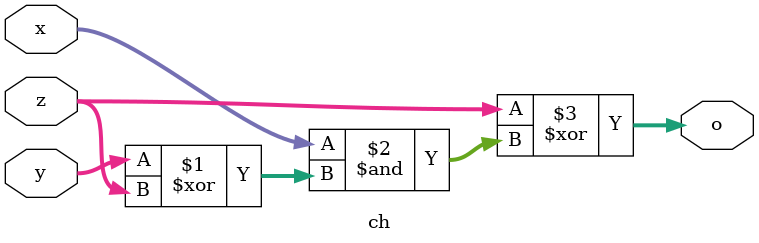
<source format=v>
module ch (x, y, z, o);
	input [31:0] x, y, z;
	output [31:0] o;
	assign o = z ^ (x & (y ^ z));
endmodule
</source>
